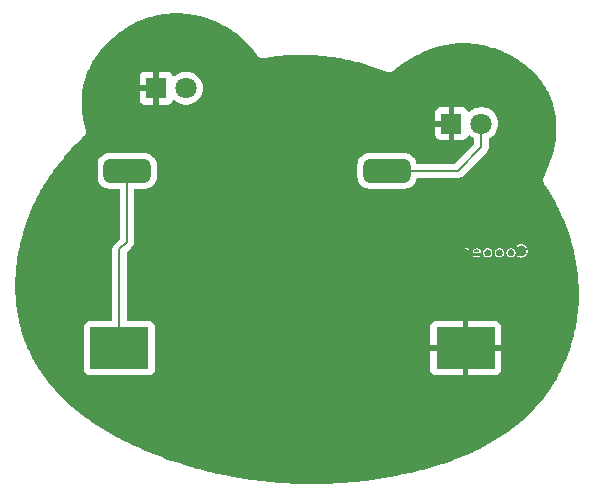
<source format=gbr>
%TF.GenerationSoftware,KiCad,Pcbnew,8.0.8*%
%TF.CreationDate,2025-02-14T08:27:58+01:00*%
%TF.ProjectId,Frog,46726f67-2e6b-4696-9361-645f70636258,rev?*%
%TF.SameCoordinates,Original*%
%TF.FileFunction,Copper,L2,Bot*%
%TF.FilePolarity,Positive*%
%FSLAX46Y46*%
G04 Gerber Fmt 4.6, Leading zero omitted, Abs format (unit mm)*
G04 Created by KiCad (PCBNEW 8.0.8) date 2025-02-14 08:27:58*
%MOMM*%
%LPD*%
G01*
G04 APERTURE LIST*
G04 Aperture macros list*
%AMRoundRect*
0 Rectangle with rounded corners*
0 $1 Rounding radius*
0 $2 $3 $4 $5 $6 $7 $8 $9 X,Y pos of 4 corners*
0 Add a 4 corners polygon primitive as box body*
4,1,4,$2,$3,$4,$5,$6,$7,$8,$9,$2,$3,0*
0 Add four circle primitives for the rounded corners*
1,1,$1+$1,$2,$3*
1,1,$1+$1,$4,$5*
1,1,$1+$1,$6,$7*
1,1,$1+$1,$8,$9*
0 Add four rect primitives between the rounded corners*
20,1,$1+$1,$2,$3,$4,$5,0*
20,1,$1+$1,$4,$5,$6,$7,0*
20,1,$1+$1,$6,$7,$8,$9,0*
20,1,$1+$1,$8,$9,$2,$3,0*%
G04 Aperture macros list end*
%ADD10C,0.100000*%
%TA.AperFunction,ComponentPad*%
%ADD11R,1.800000X1.800000*%
%TD*%
%TA.AperFunction,ComponentPad*%
%ADD12C,1.800000*%
%TD*%
%TA.AperFunction,SMDPad,CuDef*%
%ADD13R,5.000000X3.600000*%
%TD*%
%TA.AperFunction,SMDPad,CuDef*%
%ADD14RoundRect,0.500000X1.500000X0.500000X-1.500000X0.500000X-1.500000X-0.500000X1.500000X-0.500000X0*%
%TD*%
%TA.AperFunction,Conductor*%
%ADD15C,0.200000*%
%TD*%
G04 APERTURE END LIST*
D10*
G36*
X131578980Y-83651901D02*
G01*
X131628434Y-83665581D01*
X131670237Y-83685931D01*
X131711109Y-83715555D01*
X131745401Y-83751702D01*
X131770865Y-83790223D01*
X131791584Y-83837557D01*
X131803703Y-83889220D01*
X131807257Y-83939944D01*
X131803703Y-83989990D01*
X131791584Y-84041459D01*
X131770865Y-84089176D01*
X131742555Y-84131473D01*
X131707665Y-84167016D01*
X131670237Y-84193468D01*
X131624088Y-84214882D01*
X131574304Y-84227408D01*
X131525889Y-84231081D01*
X131476855Y-84227408D01*
X131426718Y-84214882D01*
X131380565Y-84193468D01*
X131339467Y-84164064D01*
X131304834Y-84127907D01*
X131278960Y-84089176D01*
X131257823Y-84041459D01*
X131245460Y-83989990D01*
X131241835Y-83939944D01*
X131245460Y-83889220D01*
X131257823Y-83837557D01*
X131278960Y-83790223D01*
X131307716Y-83748146D01*
X131342936Y-83712593D01*
X131380565Y-83685931D01*
X131426718Y-83663960D01*
X131476855Y-83651109D01*
X131525889Y-83647341D01*
X131578980Y-83651901D01*
G37*
G36*
X132568652Y-83651901D02*
G01*
X132618106Y-83665581D01*
X132659909Y-83685931D01*
X132700781Y-83715555D01*
X132735073Y-83751702D01*
X132760537Y-83790223D01*
X132781256Y-83837557D01*
X132793375Y-83889220D01*
X132796929Y-83939944D01*
X132793375Y-83989990D01*
X132781256Y-84041459D01*
X132760537Y-84089176D01*
X132732227Y-84131473D01*
X132697337Y-84167016D01*
X132659909Y-84193468D01*
X132613760Y-84214882D01*
X132563976Y-84227408D01*
X132515561Y-84231081D01*
X132466527Y-84227408D01*
X132416390Y-84214882D01*
X132370237Y-84193468D01*
X132329139Y-84164064D01*
X132294506Y-84127907D01*
X132268632Y-84089176D01*
X132247495Y-84041459D01*
X132235132Y-83989990D01*
X132231507Y-83939944D01*
X132235132Y-83889220D01*
X132247495Y-83837557D01*
X132268632Y-83790223D01*
X132297388Y-83748146D01*
X132332608Y-83712593D01*
X132370237Y-83685931D01*
X132416390Y-83663960D01*
X132466527Y-83651109D01*
X132515561Y-83647341D01*
X132568652Y-83651901D01*
G37*
G36*
X130650472Y-83650349D02*
G01*
X130698373Y-83663769D01*
X130737962Y-83683733D01*
X130779212Y-83716145D01*
X130812838Y-83756594D01*
X130831018Y-83788025D01*
X130849791Y-83835949D01*
X130859039Y-83880104D01*
X130348266Y-83880104D01*
X130348754Y-83870877D01*
X130359176Y-83821856D01*
X130375261Y-83780697D01*
X130402017Y-83737134D01*
X130436123Y-83701334D01*
X130462944Y-83681779D01*
X130508499Y-83659900D01*
X130560168Y-83648119D01*
X130598011Y-83645875D01*
X130650472Y-83650349D01*
G37*
G36*
X133551605Y-83651038D02*
G01*
X133601823Y-83663645D01*
X133648115Y-83685198D01*
X133689213Y-83714492D01*
X133723846Y-83750655D01*
X133749720Y-83789490D01*
X133770718Y-83837241D01*
X133782999Y-83889149D01*
X133786601Y-83939944D01*
X133782999Y-83990691D01*
X133770718Y-84042436D01*
X133749720Y-84089909D01*
X133720965Y-84131788D01*
X133685744Y-84167088D01*
X133648115Y-84193468D01*
X133601823Y-84214882D01*
X133551605Y-84227408D01*
X133502547Y-84231081D01*
X133453383Y-84227408D01*
X133403160Y-84214882D01*
X133356978Y-84193468D01*
X133315967Y-84164150D01*
X133281594Y-84128253D01*
X133256106Y-84089909D01*
X133235386Y-84042436D01*
X133223267Y-83990691D01*
X133219713Y-83939944D01*
X133223267Y-83889149D01*
X133235386Y-83837241D01*
X133256106Y-83789490D01*
X133284444Y-83747083D01*
X133319421Y-83711545D01*
X133356978Y-83685198D01*
X133403160Y-83663645D01*
X133453383Y-83651038D01*
X133502547Y-83647341D01*
X133551605Y-83651038D01*
G37*
G36*
X135024404Y-84769373D02*
G01*
X129480743Y-84769373D01*
X129480743Y-83607633D01*
X129591854Y-83607633D01*
X129593440Y-83620230D01*
X129612491Y-83648562D01*
X129644731Y-83654180D01*
X129687229Y-83652714D01*
X129739081Y-83651337D01*
X129790973Y-83657800D01*
X129826692Y-83668101D01*
X129871953Y-83690228D01*
X129911410Y-83722713D01*
X129923168Y-83736489D01*
X129947544Y-83779866D01*
X129958270Y-83830069D01*
X129958827Y-83845666D01*
X129958827Y-84275778D01*
X129972993Y-84315833D01*
X130012072Y-84330000D01*
X130051395Y-84315833D01*
X130065317Y-84275778D01*
X130065317Y-83921870D01*
X130246545Y-83921870D01*
X130260467Y-83957285D01*
X130296859Y-83970474D01*
X130861842Y-83970474D01*
X130860366Y-83991440D01*
X130849489Y-84039072D01*
X130829150Y-84087004D01*
X130826866Y-84091130D01*
X130798139Y-84133010D01*
X130763005Y-84168309D01*
X130725505Y-84194689D01*
X130678866Y-84216243D01*
X130627610Y-84228850D01*
X130577006Y-84232547D01*
X130526325Y-84228089D01*
X130478591Y-84215814D01*
X130475401Y-84214717D01*
X130429422Y-84194567D01*
X130393579Y-84169776D01*
X130358653Y-84156831D01*
X130324947Y-84168066D01*
X130306140Y-84204703D01*
X130322016Y-84238408D01*
X130363833Y-84268340D01*
X130409731Y-84292033D01*
X130439741Y-84304110D01*
X130488138Y-84318850D01*
X130539486Y-84327952D01*
X130577006Y-84330000D01*
X130632052Y-84326885D01*
X130683862Y-84317543D01*
X130732436Y-84301973D01*
X130777773Y-84280174D01*
X130819142Y-84252849D01*
X130860062Y-84216343D01*
X130891439Y-84178768D01*
X130915038Y-84141933D01*
X130936730Y-84096152D01*
X130952224Y-84047227D01*
X130961520Y-83995158D01*
X130964619Y-83939944D01*
X131135345Y-83939944D01*
X131138459Y-83993982D01*
X131147801Y-84045212D01*
X131163372Y-84093633D01*
X131185170Y-84139246D01*
X131212205Y-84181133D01*
X131247984Y-84222710D01*
X131289442Y-84258413D01*
X131320237Y-84278953D01*
X131364277Y-84301286D01*
X131411156Y-84317238D01*
X131460875Y-84326809D01*
X131513433Y-84330000D01*
X131564818Y-84326831D01*
X131613459Y-84317326D01*
X131664287Y-84299332D01*
X131683670Y-84289944D01*
X131728364Y-84262380D01*
X131767190Y-84229761D01*
X131800148Y-84192084D01*
X131806036Y-84183942D01*
X131806036Y-84602819D01*
X131820690Y-84643363D01*
X131859281Y-84658262D01*
X131899092Y-84643363D01*
X131913747Y-84603307D01*
X131913747Y-83939944D01*
X132125017Y-83939944D01*
X132128131Y-83993982D01*
X132137473Y-84045212D01*
X132153044Y-84093633D01*
X132174842Y-84139246D01*
X132201877Y-84181133D01*
X132237656Y-84222710D01*
X132279114Y-84258413D01*
X132309909Y-84278953D01*
X132353949Y-84301286D01*
X132400828Y-84317238D01*
X132450547Y-84326809D01*
X132503105Y-84330000D01*
X132554490Y-84326831D01*
X132603131Y-84317326D01*
X132653959Y-84299332D01*
X132673342Y-84289944D01*
X132718036Y-84262380D01*
X132756862Y-84229761D01*
X132789820Y-84192084D01*
X132795708Y-84183942D01*
X132795708Y-84602819D01*
X132810362Y-84643363D01*
X132848953Y-84658262D01*
X132888764Y-84643363D01*
X132903419Y-84603307D01*
X132903419Y-83939944D01*
X133113224Y-83939944D01*
X133116429Y-83994517D01*
X133126046Y-84046128D01*
X133142075Y-84094778D01*
X133164515Y-84140467D01*
X133192312Y-84182309D01*
X133224659Y-84219419D01*
X133261555Y-84251796D01*
X133303000Y-84279441D01*
X133348261Y-84301560D01*
X133396606Y-84317360D01*
X133448035Y-84326840D01*
X133502547Y-84330000D01*
X133557013Y-84326840D01*
X133608548Y-84317360D01*
X133657152Y-84301560D01*
X133702826Y-84279441D01*
X133744545Y-84251796D01*
X133781533Y-84219419D01*
X133811519Y-84184919D01*
X134010083Y-84184919D01*
X134013747Y-84205436D01*
X134025715Y-84224487D01*
X134067165Y-84258666D01*
X134111281Y-84286740D01*
X134158063Y-84308709D01*
X134185205Y-84318276D01*
X134235362Y-84331499D01*
X134286640Y-84340395D01*
X134339038Y-84344963D01*
X134368632Y-84345631D01*
X134417512Y-84343527D01*
X134471657Y-84335971D01*
X134523971Y-84322919D01*
X134574453Y-84304372D01*
X134580635Y-84301667D01*
X134628491Y-84277518D01*
X134673386Y-84249033D01*
X134715319Y-84216213D01*
X134754291Y-84179057D01*
X134789722Y-84138116D01*
X134821031Y-84094183D01*
X134848218Y-84047258D01*
X134871284Y-83997341D01*
X134889663Y-83944996D01*
X134902791Y-83890790D01*
X134909970Y-83841831D01*
X134913129Y-83791447D01*
X134913293Y-83776789D01*
X134911318Y-83726474D01*
X134905393Y-83677467D01*
X134893783Y-83623061D01*
X134877015Y-83570366D01*
X134872016Y-83557459D01*
X134849180Y-83507603D01*
X134822191Y-83460861D01*
X134791050Y-83417233D01*
X134755757Y-83376720D01*
X134716785Y-83339732D01*
X134674851Y-83306927D01*
X134629956Y-83278305D01*
X134582100Y-83253866D01*
X134531755Y-83234311D01*
X134479396Y-83220343D01*
X134425021Y-83211963D01*
X134375791Y-83209213D01*
X134368632Y-83209169D01*
X134319340Y-83211031D01*
X134266625Y-83217579D01*
X134216807Y-83228840D01*
X134185205Y-83238967D01*
X134139213Y-83258392D01*
X134094109Y-83283420D01*
X134049895Y-83314051D01*
X134025715Y-83333489D01*
X134011060Y-83356692D01*
X134014480Y-83381849D01*
X134031088Y-83399434D01*
X134045254Y-83416287D01*
X134071144Y-83420439D01*
X134099720Y-83407739D01*
X134138488Y-83377910D01*
X134183414Y-83352018D01*
X134218911Y-83337152D01*
X134270076Y-83323013D01*
X134322227Y-83315785D01*
X134368632Y-83313949D01*
X134418812Y-83316867D01*
X134467138Y-83325619D01*
X134518658Y-83342186D01*
X134538625Y-83350830D01*
X134586247Y-83376528D01*
X134630197Y-83407521D01*
X134670473Y-83443809D01*
X134678087Y-83451702D01*
X134709856Y-83489262D01*
X134737567Y-83529952D01*
X134761221Y-83573772D01*
X134772609Y-83599469D01*
X134789139Y-83647385D01*
X134800258Y-83696885D01*
X134805969Y-83747969D01*
X134806803Y-83777034D01*
X134804099Y-83830297D01*
X134795984Y-83881551D01*
X134782460Y-83930795D01*
X134772609Y-83957285D01*
X134751209Y-84002844D01*
X134725752Y-84045272D01*
X134696237Y-84084571D01*
X134678087Y-84105052D01*
X134642665Y-84138746D01*
X134599818Y-84171108D01*
X134553297Y-84198127D01*
X134538625Y-84205191D01*
X134488021Y-84224254D01*
X134435127Y-84236256D01*
X134385565Y-84241022D01*
X134368632Y-84241339D01*
X134316719Y-84238338D01*
X134266769Y-84229333D01*
X134223063Y-84215938D01*
X134176715Y-84195848D01*
X134132042Y-84170506D01*
X134092882Y-84142909D01*
X134057222Y-84131919D01*
X134024249Y-84148527D01*
X134010083Y-84184919D01*
X133811519Y-84184919D01*
X133813788Y-84182309D01*
X133841311Y-84140467D01*
X133863324Y-84094778D01*
X133879047Y-84046128D01*
X133888481Y-83994517D01*
X133891625Y-83939944D01*
X133888481Y-83884730D01*
X133879047Y-83832660D01*
X133863324Y-83783735D01*
X133841311Y-83737955D01*
X133813788Y-83696113D01*
X133781533Y-83659003D01*
X133744545Y-83626626D01*
X133702826Y-83598981D01*
X133657152Y-83576861D01*
X133608548Y-83561062D01*
X133557013Y-83551582D01*
X133502547Y-83548422D01*
X133448035Y-83551582D01*
X133396606Y-83561062D01*
X133348261Y-83576861D01*
X133303000Y-83598981D01*
X133261601Y-83626626D01*
X133224842Y-83659003D01*
X133192725Y-83696113D01*
X133165247Y-83737955D01*
X133143036Y-83783735D01*
X133126962Y-83832660D01*
X133117025Y-83884730D01*
X133113224Y-83939944D01*
X132903419Y-83939944D01*
X132903419Y-83936769D01*
X132899587Y-83883066D01*
X132889558Y-83832110D01*
X132873331Y-83783903D01*
X132850907Y-83738443D01*
X132823109Y-83696586D01*
X132790762Y-83659431D01*
X132753866Y-83626977D01*
X132712421Y-83599225D01*
X132667236Y-83576999D01*
X132619364Y-83561123D01*
X132568806Y-83551598D01*
X132515561Y-83548422D01*
X132461110Y-83551628D01*
X132409621Y-83561245D01*
X132361093Y-83577274D01*
X132315526Y-83599713D01*
X132273761Y-83627572D01*
X132236636Y-83660102D01*
X132204152Y-83697304D01*
X132176308Y-83739176D01*
X132153868Y-83784880D01*
X132137840Y-83833576D01*
X132128223Y-83885264D01*
X132125017Y-83939944D01*
X131913747Y-83939944D01*
X131913747Y-83936769D01*
X131909915Y-83883066D01*
X131899886Y-83832110D01*
X131883659Y-83783903D01*
X131861235Y-83738443D01*
X131833437Y-83696586D01*
X131801090Y-83659431D01*
X131764194Y-83626977D01*
X131722749Y-83599225D01*
X131677564Y-83576999D01*
X131629692Y-83561123D01*
X131579134Y-83551598D01*
X131525889Y-83548422D01*
X131471438Y-83551628D01*
X131419949Y-83561245D01*
X131371421Y-83577274D01*
X131325854Y-83599713D01*
X131284089Y-83627572D01*
X131246964Y-83660102D01*
X131214480Y-83697304D01*
X131186636Y-83739176D01*
X131164196Y-83784880D01*
X131148168Y-83833576D01*
X131138551Y-83885264D01*
X131135345Y-83939944D01*
X130964619Y-83939944D01*
X130962375Y-83890923D01*
X130954315Y-83838106D01*
X130940393Y-83788708D01*
X130920610Y-83742729D01*
X130917725Y-83737222D01*
X130888526Y-83690837D01*
X130853685Y-83650325D01*
X130813203Y-83615686D01*
X130788276Y-83598981D01*
X130739849Y-83574541D01*
X130687443Y-83558100D01*
X130637518Y-83550200D01*
X130598011Y-83548422D01*
X130546475Y-83551414D01*
X130498360Y-83560390D01*
X130448317Y-83577641D01*
X130412386Y-83596294D01*
X130370713Y-83626139D01*
X130334720Y-83661819D01*
X130304407Y-83703333D01*
X130290020Y-83728918D01*
X130269005Y-83778446D01*
X130256098Y-83825585D01*
X130248626Y-83875654D01*
X130248426Y-83880104D01*
X130246545Y-83921870D01*
X130065317Y-83921870D01*
X130065317Y-83602644D01*
X130051395Y-83562833D01*
X130012072Y-83548422D01*
X129972993Y-83562833D01*
X129958827Y-83602644D01*
X129958827Y-83670699D01*
X129943702Y-83650075D01*
X129906324Y-83613946D01*
X129867236Y-83587013D01*
X129819802Y-83565042D01*
X129768847Y-83552191D01*
X129719469Y-83548422D01*
X129668873Y-83551929D01*
X129620307Y-83566741D01*
X129591854Y-83607633D01*
X129480743Y-83607633D01*
X129480743Y-83098058D01*
X135024404Y-83098058D01*
X135024404Y-84769373D01*
G37*
D11*
%TO.P,D2,1,K*%
%TO.N,GND*%
X128460000Y-73000000D03*
D12*
%TO.P,D2,2,A*%
%TO.N,VCC*%
X131000000Y-73000000D03*
%TD*%
D11*
%TO.P,D1,1,K*%
%TO.N,GND*%
X103460000Y-70000000D03*
D12*
%TO.P,D1,2,A*%
%TO.N,VCC*%
X106000000Y-70000000D03*
%TD*%
D13*
%TO.P,BT1,1,+*%
%TO.N,+3V0*%
X100350000Y-92000000D03*
%TO.P,BT1,2,-*%
%TO.N,GND*%
X129650000Y-92000000D03*
%TD*%
D14*
%TO.P,SW1,1*%
%TO.N,VCC*%
X123000000Y-77000000D03*
%TO.P,SW1,2*%
%TO.N,+3V0*%
X101000000Y-77000000D03*
%TD*%
D15*
%TO.N,+3V0*%
X100350000Y-92000000D02*
X100350000Y-83650000D01*
X101000000Y-83000000D02*
X101000000Y-77000000D01*
X100350000Y-83650000D02*
X101000000Y-83000000D01*
%TO.N,VCC*%
X123000000Y-77000000D02*
X129000000Y-77000000D01*
X131000000Y-75000000D02*
X131000000Y-73000000D01*
X129000000Y-77000000D02*
X131000000Y-75000000D01*
%TD*%
%TA.AperFunction,Conductor*%
%TO.N,GND*%
G36*
X105154157Y-63652955D02*
G01*
X105391372Y-63656501D01*
X105394878Y-63656605D01*
X105630182Y-63667007D01*
X105633762Y-63667217D01*
X105666535Y-63669617D01*
X105868853Y-63684439D01*
X105872296Y-63684741D01*
X106106950Y-63708715D01*
X106110367Y-63709113D01*
X106344374Y-63739770D01*
X106347715Y-63740255D01*
X106580906Y-63777528D01*
X106584296Y-63778119D01*
X106816425Y-63821932D01*
X106819767Y-63822612D01*
X107050623Y-63872889D01*
X107053900Y-63873651D01*
X107246561Y-63921246D01*
X107283344Y-63930333D01*
X107286659Y-63931201D01*
X107445937Y-63975253D01*
X107514355Y-63994176D01*
X107517599Y-63995120D01*
X107721353Y-64057568D01*
X107743494Y-64064354D01*
X107746742Y-64065398D01*
X107970609Y-64140805D01*
X107973699Y-64141894D01*
X108195310Y-64223389D01*
X108198386Y-64224568D01*
X108417535Y-64312069D01*
X108420665Y-64313369D01*
X108636992Y-64406724D01*
X108640113Y-64408122D01*
X108853651Y-64507347D01*
X108856744Y-64508837D01*
X109067149Y-64613783D01*
X109070163Y-64615338D01*
X109277382Y-64725989D01*
X109280303Y-64727602D01*
X109484003Y-64843803D01*
X109486942Y-64845535D01*
X109686928Y-64967195D01*
X109689791Y-64968991D01*
X109885968Y-65096082D01*
X109888876Y-65098027D01*
X110080837Y-65230318D01*
X110083749Y-65232387D01*
X110271471Y-65369897D01*
X110274346Y-65372068D01*
X110452332Y-65510583D01*
X110457578Y-65514665D01*
X110460414Y-65516939D01*
X110639028Y-65664575D01*
X110641774Y-65666914D01*
X110709991Y-65726800D01*
X110815560Y-65819477D01*
X110818326Y-65821980D01*
X110987063Y-65979348D01*
X110989747Y-65981928D01*
X111153298Y-66144049D01*
X111155941Y-66146752D01*
X111314063Y-66313470D01*
X111316686Y-66316323D01*
X111469261Y-66487610D01*
X111471826Y-66490583D01*
X111618656Y-66666321D01*
X111621159Y-66669417D01*
X111762063Y-66849512D01*
X111764480Y-66852707D01*
X111899341Y-67037137D01*
X111901656Y-67040415D01*
X111994667Y-67176832D01*
X112006755Y-67194562D01*
X112016931Y-67212543D01*
X112022655Y-67224971D01*
X112022657Y-67224975D01*
X112040081Y-67245941D01*
X112045803Y-67252827D01*
X112052885Y-67262223D01*
X112073285Y-67292143D01*
X112073286Y-67292144D01*
X112083661Y-67301072D01*
X112098134Y-67315796D01*
X112106886Y-67326327D01*
X112136451Y-67347237D01*
X112145724Y-67354481D01*
X112173176Y-67378105D01*
X112185504Y-67384041D01*
X112203304Y-67394523D01*
X112214479Y-67402427D01*
X112248452Y-67414975D01*
X112259277Y-67419567D01*
X112291909Y-67435282D01*
X112305346Y-67437824D01*
X112325262Y-67443344D01*
X112338100Y-67448086D01*
X112374174Y-67451414D01*
X112385802Y-67453046D01*
X112421397Y-67459782D01*
X112435042Y-67458759D01*
X112455706Y-67458936D01*
X112469327Y-67460194D01*
X112505026Y-67454072D01*
X112516676Y-67452640D01*
X112552812Y-67449933D01*
X112565730Y-67445411D01*
X112585727Y-67440237D01*
X112787600Y-67405628D01*
X112789253Y-67405357D01*
X113038559Y-67366396D01*
X113040357Y-67366129D01*
X113290172Y-67330832D01*
X113291912Y-67330598D01*
X113542227Y-67298942D01*
X113543905Y-67298743D01*
X113794633Y-67270716D01*
X113796354Y-67270535D01*
X114047680Y-67246092D01*
X114049297Y-67245947D01*
X114300758Y-67225111D01*
X114302420Y-67224985D01*
X114554276Y-67207711D01*
X114555933Y-67207608D01*
X114808143Y-67193877D01*
X114809784Y-67193800D01*
X115062068Y-67183605D01*
X115063574Y-67183554D01*
X115316326Y-67176863D01*
X115317836Y-67176834D01*
X115570529Y-67173639D01*
X115571962Y-67173630D01*
X115824849Y-67173912D01*
X115826512Y-67173925D01*
X116079146Y-67177657D01*
X116080770Y-67177692D01*
X116333581Y-67184862D01*
X116335062Y-67184914D01*
X116587765Y-67195499D01*
X116589160Y-67195566D01*
X116842115Y-67209567D01*
X116843373Y-67209645D01*
X117095946Y-67227012D01*
X117097364Y-67227119D01*
X117349729Y-67247844D01*
X117351194Y-67247974D01*
X117603265Y-67272033D01*
X117604609Y-67272170D01*
X117856400Y-67299550D01*
X117857873Y-67299719D01*
X118109313Y-67330397D01*
X118110690Y-67330574D01*
X118361821Y-67364543D01*
X118363249Y-67364746D01*
X118613799Y-67401952D01*
X118615251Y-67402178D01*
X118865316Y-67442620D01*
X118866706Y-67442854D01*
X119116275Y-67486523D01*
X119117729Y-67486787D01*
X119366732Y-67533655D01*
X119368124Y-67533926D01*
X119616559Y-67583984D01*
X119617965Y-67584277D01*
X119865546Y-67637452D01*
X119866969Y-67637767D01*
X120113980Y-67694112D01*
X120115362Y-67694436D01*
X120361614Y-67753899D01*
X120363012Y-67754247D01*
X120608309Y-67816771D01*
X120609806Y-67817162D01*
X120801156Y-67868514D01*
X120854189Y-67882746D01*
X120855693Y-67883159D01*
X121099245Y-67951814D01*
X121100685Y-67952230D01*
X121343331Y-68023931D01*
X121344669Y-68024336D01*
X121586368Y-68099066D01*
X121587729Y-68099496D01*
X121828300Y-68177192D01*
X121829625Y-68177629D01*
X122069257Y-68258346D01*
X122070481Y-68258768D01*
X122308909Y-68342414D01*
X122310282Y-68342906D01*
X122547404Y-68429437D01*
X122548747Y-68429936D01*
X122784757Y-68519420D01*
X122786039Y-68519916D01*
X122955770Y-68586707D01*
X122968591Y-68592617D01*
X122970496Y-68593630D01*
X122970497Y-68593630D01*
X122970498Y-68593631D01*
X123027248Y-68614854D01*
X123029167Y-68615590D01*
X123085576Y-68637789D01*
X123085581Y-68637789D01*
X123087661Y-68638308D01*
X123088124Y-68638451D01*
X123088693Y-68638583D01*
X123090777Y-68639083D01*
X123091361Y-68639228D01*
X123091844Y-68639311D01*
X123093925Y-68639791D01*
X123093932Y-68639794D01*
X123154320Y-68645613D01*
X123156220Y-68645812D01*
X123206246Y-68651495D01*
X123216517Y-68652663D01*
X123216518Y-68652662D01*
X123216519Y-68652663D01*
X123216519Y-68652662D01*
X123218654Y-68652625D01*
X123219141Y-68652644D01*
X123219746Y-68652623D01*
X123221901Y-68652566D01*
X123222488Y-68652555D01*
X123222977Y-68652510D01*
X123225095Y-68652435D01*
X123225109Y-68652437D01*
X123284976Y-68642423D01*
X123286825Y-68642131D01*
X123346848Y-68633140D01*
X123346851Y-68633138D01*
X123348902Y-68632550D01*
X123349367Y-68632444D01*
X123349916Y-68632277D01*
X123351973Y-68631668D01*
X123352587Y-68631491D01*
X123353055Y-68631319D01*
X123355080Y-68630699D01*
X123355087Y-68630698D01*
X123410224Y-68605575D01*
X123412097Y-68604742D01*
X123448576Y-68588866D01*
X123467685Y-68580550D01*
X123467693Y-68580543D01*
X123469521Y-68579445D01*
X123469955Y-68579216D01*
X123470451Y-68578907D01*
X123472264Y-68577795D01*
X123472799Y-68577472D01*
X123473206Y-68577185D01*
X123474997Y-68576065D01*
X123475011Y-68576059D01*
X123521844Y-68537457D01*
X123523299Y-68536279D01*
X123570792Y-68498477D01*
X123570798Y-68498467D01*
X123572289Y-68496924D01*
X123582646Y-68487345D01*
X123716876Y-68376715D01*
X123718768Y-68375191D01*
X123908334Y-68225803D01*
X123910397Y-68224213D01*
X124103568Y-68078778D01*
X124105631Y-68077260D01*
X124302285Y-67935941D01*
X124304435Y-67934431D01*
X124504447Y-67797398D01*
X124506746Y-67795862D01*
X124567227Y-67756410D01*
X124709839Y-67663382D01*
X124712124Y-67661929D01*
X124918483Y-67533970D01*
X124920765Y-67532592D01*
X125129968Y-67409507D01*
X125132379Y-67408126D01*
X125344430Y-67289998D01*
X125346895Y-67288662D01*
X125561597Y-67175698D01*
X125564114Y-67174412D01*
X125781382Y-67066750D01*
X125783998Y-67065495D01*
X126003596Y-66963350D01*
X126006332Y-66962119D01*
X126228103Y-66865658D01*
X126230963Y-66864457D01*
X126454938Y-66773772D01*
X126457793Y-66772659D01*
X126683748Y-66687943D01*
X126686700Y-66686881D01*
X126914545Y-66608280D01*
X126917567Y-66607283D01*
X127147073Y-66534983D01*
X127150265Y-66534025D01*
X127381398Y-66468147D01*
X127384607Y-66467282D01*
X127617156Y-66408001D01*
X127620571Y-66407182D01*
X127854454Y-66354635D01*
X127857946Y-66353903D01*
X128093078Y-66308229D01*
X128096645Y-66307592D01*
X128332920Y-66268936D01*
X128336518Y-66268404D01*
X128573812Y-66236915D01*
X128577529Y-66236480D01*
X128815699Y-66212308D01*
X128819472Y-66211984D01*
X129058470Y-66195269D01*
X129062372Y-66195058D01*
X129302104Y-66185945D01*
X129306042Y-66185859D01*
X129544653Y-66184509D01*
X129549335Y-66184571D01*
X129780552Y-66192082D01*
X129784058Y-66192246D01*
X130018172Y-66206524D01*
X130021626Y-66206784D01*
X130245759Y-66226805D01*
X130255566Y-66227681D01*
X130259009Y-66228036D01*
X130285390Y-66231138D01*
X130492537Y-66255489D01*
X130495944Y-66255938D01*
X130579324Y-66268091D01*
X130728810Y-66289879D01*
X130732142Y-66290411D01*
X130964335Y-66330810D01*
X130967611Y-66331427D01*
X131141054Y-66366521D01*
X131198670Y-66378179D01*
X131201971Y-66378894D01*
X131431804Y-66431954D01*
X131435000Y-66432738D01*
X131657057Y-66490394D01*
X131663354Y-66492029D01*
X131666588Y-66492915D01*
X131893229Y-66558362D01*
X131896397Y-66559323D01*
X132121220Y-66630885D01*
X132124397Y-66631944D01*
X132282017Y-66686852D01*
X132346985Y-66709484D01*
X132350138Y-66710630D01*
X132570518Y-66794153D01*
X132573646Y-66795388D01*
X132791377Y-66884732D01*
X132794481Y-66886055D01*
X132813638Y-66894532D01*
X133009580Y-66981236D01*
X133012632Y-66982637D01*
X133064485Y-67007297D01*
X133224712Y-67083498D01*
X133227767Y-67085003D01*
X133436684Y-67191491D01*
X133439717Y-67193090D01*
X133645293Y-67305140D01*
X133648303Y-67306835D01*
X133781012Y-67384039D01*
X133847519Y-67422730D01*
X133850282Y-67424337D01*
X133853261Y-67426126D01*
X134051465Y-67549010D01*
X134054378Y-67550873D01*
X134248618Y-67679062D01*
X134251523Y-67681039D01*
X134375652Y-67768163D01*
X134441575Y-67814434D01*
X134444485Y-67816540D01*
X134630125Y-67955035D01*
X134633006Y-67957251D01*
X134814072Y-68100782D01*
X134816922Y-68103111D01*
X134934869Y-68202448D01*
X134970665Y-68232596D01*
X134993199Y-68251574D01*
X134996010Y-68254015D01*
X135132255Y-68375951D01*
X135167338Y-68407349D01*
X135170111Y-68409908D01*
X135304234Y-68537519D01*
X135336288Y-68568016D01*
X135339025Y-68570702D01*
X135499876Y-68733510D01*
X135502565Y-68736318D01*
X135583490Y-68823535D01*
X135647007Y-68891991D01*
X135657871Y-68903699D01*
X135660503Y-68906629D01*
X135794857Y-69061005D01*
X135810126Y-69078550D01*
X135812706Y-69081613D01*
X135956463Y-69257986D01*
X135958957Y-69261149D01*
X136096692Y-69441921D01*
X136099121Y-69445223D01*
X136229625Y-69628863D01*
X136232351Y-69632862D01*
X136332720Y-69786530D01*
X136356292Y-69822619D01*
X136358762Y-69826561D01*
X136472468Y-70015939D01*
X136474893Y-70019978D01*
X136477212Y-70024010D01*
X136585501Y-70220727D01*
X136587640Y-70224791D01*
X136600890Y-70251130D01*
X136688167Y-70424637D01*
X136690137Y-70428739D01*
X136783001Y-70631567D01*
X136784796Y-70635685D01*
X136846529Y-70784548D01*
X136870072Y-70841318D01*
X136871696Y-70845441D01*
X136949493Y-71053783D01*
X136950948Y-71057899D01*
X137021336Y-71268771D01*
X137022626Y-71272871D01*
X137085675Y-71486094D01*
X137086805Y-71490169D01*
X137142596Y-71705612D01*
X137143571Y-71709655D01*
X137176700Y-71857906D01*
X137190060Y-71917693D01*
X137192160Y-71927088D01*
X137192986Y-71931094D01*
X137234443Y-72150356D01*
X137235126Y-72154317D01*
X137269532Y-72375305D01*
X137270077Y-72379218D01*
X137297472Y-72601563D01*
X137297887Y-72605424D01*
X137318361Y-72829128D01*
X137318650Y-72832936D01*
X137332255Y-73057641D01*
X137332426Y-73061393D01*
X137339238Y-73287047D01*
X137339294Y-73290743D01*
X137339378Y-73516959D01*
X137339326Y-73520598D01*
X137332754Y-73747339D01*
X137332598Y-73750921D01*
X137319444Y-73977875D01*
X137319189Y-73981400D01*
X137299529Y-74208378D01*
X137299179Y-74211851D01*
X137273090Y-74438616D01*
X137272649Y-74442033D01*
X137240199Y-74668470D01*
X137239669Y-74671837D01*
X137200968Y-74897529D01*
X137200353Y-74900847D01*
X137155451Y-75125779D01*
X137154752Y-75129048D01*
X137103765Y-75352850D01*
X137102985Y-75356075D01*
X137045968Y-75578668D01*
X137045107Y-75581852D01*
X136982185Y-75802867D01*
X136981246Y-75806008D01*
X136912492Y-76025316D01*
X136911473Y-76028422D01*
X136837004Y-76245722D01*
X136835907Y-76248791D01*
X136755773Y-76464006D01*
X136754596Y-76467043D01*
X136668973Y-76679740D01*
X136667717Y-76682747D01*
X136576594Y-76892984D01*
X136575268Y-76895936D01*
X136478865Y-77103223D01*
X136477460Y-77106143D01*
X136375807Y-77310428D01*
X136374302Y-77313355D01*
X136297075Y-77458745D01*
X136288777Y-77470825D01*
X136289168Y-77471084D01*
X136284683Y-77477861D01*
X136260535Y-77527379D01*
X136258593Y-77531193D01*
X136232739Y-77579867D01*
X136229898Y-77587477D01*
X136229461Y-77587314D01*
X136229057Y-77588456D01*
X136229499Y-77588604D01*
X136226921Y-77596310D01*
X136216409Y-77650407D01*
X136215520Y-77654594D01*
X136203149Y-77708283D01*
X136202374Y-77716372D01*
X136201909Y-77716327D01*
X136201814Y-77717543D01*
X136202279Y-77717572D01*
X136201783Y-77725684D01*
X136205630Y-77780646D01*
X136205855Y-77784918D01*
X136207803Y-77839980D01*
X136209149Y-77848002D01*
X136208688Y-77848079D01*
X136208908Y-77849265D01*
X136209364Y-77849173D01*
X136210985Y-77857136D01*
X136228937Y-77909263D01*
X136230261Y-77913335D01*
X136246385Y-77965994D01*
X136249760Y-77973391D01*
X136249334Y-77973585D01*
X136249852Y-77974670D01*
X136250270Y-77974462D01*
X136253899Y-77981738D01*
X136284715Y-78027420D01*
X136287047Y-78031009D01*
X136316270Y-78077730D01*
X136321441Y-78083998D01*
X136321080Y-78084295D01*
X136330601Y-78095438D01*
X136432151Y-78245968D01*
X136433170Y-78247504D01*
X136568851Y-78455221D01*
X136569844Y-78456767D01*
X136702383Y-78666393D01*
X136703352Y-78667950D01*
X136832787Y-78879532D01*
X136833730Y-78881100D01*
X136959979Y-79094485D01*
X136960895Y-79096060D01*
X137065210Y-79278448D01*
X137083944Y-79311202D01*
X137084823Y-79312766D01*
X137134300Y-79402304D01*
X137204717Y-79529737D01*
X137205586Y-79531337D01*
X137322253Y-79749991D01*
X137323090Y-79751589D01*
X137422902Y-79945447D01*
X137436466Y-79971790D01*
X137437269Y-79973379D01*
X137476215Y-80051822D01*
X137547420Y-80195245D01*
X137548205Y-80196856D01*
X137595459Y-80295640D01*
X137655051Y-80420214D01*
X137655822Y-80421857D01*
X137759328Y-80646624D01*
X137760075Y-80648278D01*
X137860309Y-80874599D01*
X137861031Y-80876261D01*
X137957866Y-81103835D01*
X137958564Y-81105510D01*
X138052040Y-81334430D01*
X138052714Y-81336115D01*
X138142791Y-81566279D01*
X138143440Y-81567973D01*
X138230118Y-81799371D01*
X138230743Y-81801079D01*
X138314002Y-82033679D01*
X138314602Y-82035395D01*
X138394368Y-82268976D01*
X138394944Y-82270704D01*
X138471272Y-82505436D01*
X138471824Y-82507176D01*
X138544668Y-82742940D01*
X138545194Y-82744689D01*
X138614469Y-82981200D01*
X138614971Y-82982961D01*
X138680770Y-83220555D01*
X138681246Y-83222326D01*
X138729239Y-83406159D01*
X138743490Y-83460744D01*
X138743941Y-83462528D01*
X138802586Y-83701621D01*
X138803012Y-83703416D01*
X138858076Y-83943280D01*
X138858477Y-83945086D01*
X138909951Y-84185718D01*
X138910325Y-84187534D01*
X138958152Y-84428692D01*
X138958501Y-84430521D01*
X139002690Y-84672313D01*
X139003012Y-84674153D01*
X139043534Y-84916465D01*
X139043829Y-84918317D01*
X139080660Y-85161064D01*
X139080928Y-85162926D01*
X139114055Y-85406079D01*
X139114296Y-85407954D01*
X139143701Y-85651483D01*
X139143914Y-85653367D01*
X139169582Y-85897231D01*
X139169767Y-85899129D01*
X139191673Y-86143256D01*
X139191829Y-86145163D01*
X139209961Y-86389549D01*
X139210088Y-86391468D01*
X139224409Y-86635769D01*
X139224508Y-86637698D01*
X139235028Y-86882352D01*
X139235096Y-86884292D01*
X139241780Y-87128930D01*
X139241818Y-87130883D01*
X139244648Y-87375519D01*
X139244655Y-87377479D01*
X139243614Y-87622778D01*
X139243596Y-87624447D01*
X139239330Y-87865379D01*
X139239274Y-87867485D01*
X139230959Y-88107074D01*
X139230869Y-88109174D01*
X139218477Y-88348926D01*
X139218351Y-88351017D01*
X139201909Y-88590533D01*
X139201748Y-88592618D01*
X139181272Y-88831789D01*
X139181077Y-88833867D01*
X139156548Y-89072958D01*
X139156317Y-89075031D01*
X139127786Y-89313538D01*
X139127522Y-89315601D01*
X139094959Y-89553858D01*
X139094660Y-89555918D01*
X139058105Y-89793579D01*
X139057772Y-89795630D01*
X139017217Y-90032778D01*
X139016849Y-90034824D01*
X138972342Y-90271167D01*
X138971941Y-90273205D01*
X138923441Y-90508964D01*
X138923005Y-90510997D01*
X138870560Y-90745903D01*
X138870090Y-90747927D01*
X138813697Y-90981998D01*
X138813192Y-90984019D01*
X138752885Y-91217077D01*
X138752346Y-91219090D01*
X138688097Y-91451219D01*
X138687523Y-91453225D01*
X138619406Y-91684144D01*
X138618798Y-91686145D01*
X138546725Y-91916109D01*
X138546081Y-91918103D01*
X138470192Y-92146639D01*
X138469514Y-92148626D01*
X138389713Y-92375993D01*
X138388998Y-92377974D01*
X138305348Y-92603952D01*
X138304599Y-92605926D01*
X138217101Y-92830477D01*
X138216314Y-92832445D01*
X138125005Y-93055437D01*
X138124183Y-93057397D01*
X138029078Y-93278762D01*
X138028219Y-93280714D01*
X137929284Y-93500491D01*
X137928389Y-93502436D01*
X137825636Y-93720551D01*
X137824702Y-93722488D01*
X137718213Y-93938727D01*
X137717242Y-93940657D01*
X137606993Y-94155024D01*
X137605985Y-94156943D01*
X137491969Y-94369418D01*
X137490921Y-94371330D01*
X137373196Y-94581753D01*
X137372111Y-94583654D01*
X137250595Y-94792128D01*
X137249469Y-94794020D01*
X137124302Y-95000252D01*
X137123138Y-95002132D01*
X136994250Y-95206199D01*
X136993045Y-95208069D01*
X136860505Y-95409811D01*
X136859261Y-95411668D01*
X136723026Y-95611106D01*
X136721741Y-95612951D01*
X136581867Y-95809949D01*
X136580543Y-95811779D01*
X136436943Y-96006414D01*
X136435575Y-96008232D01*
X136288473Y-96200142D01*
X136287067Y-96201942D01*
X136136296Y-96391310D01*
X136134848Y-96393095D01*
X135980406Y-96579861D01*
X135978916Y-96581629D01*
X135821334Y-96765115D01*
X135820985Y-96765521D01*
X135819453Y-96767271D01*
X135657844Y-96948459D01*
X135656272Y-96950189D01*
X135491130Y-97128456D01*
X135489516Y-97130165D01*
X135320819Y-97305482D01*
X135319163Y-97307170D01*
X135146941Y-97479451D01*
X135145245Y-97481116D01*
X134966569Y-97653130D01*
X134965977Y-97653696D01*
X134783098Y-97827441D01*
X134781531Y-97828904D01*
X134598324Y-97997032D01*
X134596753Y-97998450D01*
X134410796Y-98163345D01*
X134409243Y-98164698D01*
X134373669Y-98195189D01*
X134220618Y-98326366D01*
X134219043Y-98327693D01*
X134027709Y-98486247D01*
X134026134Y-98487530D01*
X133832323Y-98642851D01*
X133830752Y-98644090D01*
X133634306Y-98796383D01*
X133632738Y-98797578D01*
X133433962Y-98946680D01*
X133432401Y-98947832D01*
X133231026Y-99094017D01*
X133229472Y-99095127D01*
X133025893Y-99238176D01*
X133024348Y-99239245D01*
X132818308Y-99379409D01*
X132816773Y-99380436D01*
X132608575Y-99517577D01*
X132607051Y-99518565D01*
X132396602Y-99652812D01*
X132395090Y-99653761D01*
X132182540Y-99785080D01*
X132181042Y-99785991D01*
X131966416Y-99914437D01*
X131964933Y-99915311D01*
X131748168Y-100040983D01*
X131746700Y-100041821D01*
X131528097Y-100164608D01*
X131526644Y-100165411D01*
X131306035Y-100285467D01*
X131304600Y-100286236D01*
X131082142Y-100403540D01*
X131080723Y-100404276D01*
X130856538Y-100518822D01*
X130855137Y-100519527D01*
X130629111Y-100631432D01*
X130627730Y-100632105D01*
X130400150Y-100741289D01*
X130398787Y-100741933D01*
X130169357Y-100848594D01*
X130168120Y-100849160D01*
X130031349Y-100910772D01*
X129937240Y-100953165D01*
X129935916Y-100953752D01*
X129703544Y-101055180D01*
X129702239Y-101055740D01*
X129468493Y-101154596D01*
X129467209Y-101155131D01*
X129232051Y-101251489D01*
X129230786Y-101251999D01*
X128994290Y-101345881D01*
X128993046Y-101346367D01*
X128755321Y-101437785D01*
X128754097Y-101438249D01*
X128515149Y-101527253D01*
X128513945Y-101527694D01*
X128273833Y-101614315D01*
X128272650Y-101614735D01*
X128031577Y-101698954D01*
X128030414Y-101699354D01*
X127788119Y-101781314D01*
X127786976Y-101781694D01*
X127543929Y-101861284D01*
X127542806Y-101861646D01*
X127298797Y-101938989D01*
X127297695Y-101939333D01*
X127052868Y-102014434D01*
X127051785Y-102014761D01*
X126806240Y-102087639D01*
X126805177Y-102087949D01*
X126558768Y-102158696D01*
X126557726Y-102158990D01*
X126310849Y-102227542D01*
X126309824Y-102227822D01*
X126062412Y-102294246D01*
X126061409Y-102294511D01*
X125813265Y-102358911D01*
X125812279Y-102359162D01*
X125563940Y-102421442D01*
X125563099Y-102421649D01*
X125313914Y-102482021D01*
X125313032Y-102482231D01*
X125063978Y-102540502D01*
X125063050Y-102540716D01*
X124813503Y-102597084D01*
X124812592Y-102597286D01*
X124561040Y-102652121D01*
X124560965Y-102652137D01*
X124310866Y-102706493D01*
X124310009Y-102706676D01*
X124096033Y-102751599D01*
X124061648Y-102758817D01*
X124061027Y-102758946D01*
X123812182Y-102809356D01*
X123811324Y-102809526D01*
X123562306Y-102858145D01*
X123561449Y-102858309D01*
X123312003Y-102905191D01*
X123311146Y-102905349D01*
X123061387Y-102950475D01*
X123060529Y-102950627D01*
X122810294Y-102994026D01*
X122809439Y-102994171D01*
X122559110Y-103035784D01*
X122558253Y-103035924D01*
X122307371Y-103075825D01*
X122306515Y-103075958D01*
X122055471Y-103114089D01*
X122054614Y-103114216D01*
X121803418Y-103150577D01*
X121802564Y-103150698D01*
X121550709Y-103185367D01*
X121549853Y-103185481D01*
X121298213Y-103218337D01*
X121297357Y-103218446D01*
X121045126Y-103249596D01*
X121044271Y-103249699D01*
X120791923Y-103279086D01*
X120791069Y-103279182D01*
X120538604Y-103306810D01*
X120537750Y-103306901D01*
X120284787Y-103332812D01*
X120283933Y-103332896D01*
X120031145Y-103357021D01*
X120030291Y-103357100D01*
X119777064Y-103379501D01*
X119776211Y-103379573D01*
X119523044Y-103400208D01*
X119522190Y-103400275D01*
X119268538Y-103419187D01*
X119267684Y-103419247D01*
X119014259Y-103436384D01*
X119013407Y-103436439D01*
X118759678Y-103451843D01*
X118758824Y-103451892D01*
X118505057Y-103465542D01*
X118504205Y-103465585D01*
X118250221Y-103477494D01*
X118249368Y-103477531D01*
X117995302Y-103487692D01*
X117994450Y-103487723D01*
X117740438Y-103496133D01*
X117739586Y-103496158D01*
X117485587Y-103502820D01*
X117484735Y-103502840D01*
X117230345Y-103507762D01*
X117229493Y-103507775D01*
X116975434Y-103510944D01*
X116974582Y-103510952D01*
X116720418Y-103512376D01*
X116719567Y-103512378D01*
X116465257Y-103512058D01*
X116464405Y-103512054D01*
X116210157Y-103509987D01*
X116209305Y-103509977D01*
X115955178Y-103506164D01*
X115954327Y-103506148D01*
X115700245Y-103500592D01*
X115699393Y-103500571D01*
X115445039Y-103493259D01*
X115444188Y-103493231D01*
X115190427Y-103484193D01*
X115189576Y-103484160D01*
X114935554Y-103473364D01*
X114934703Y-103473325D01*
X114680849Y-103460788D01*
X114679998Y-103460743D01*
X114426146Y-103446457D01*
X114425294Y-103446406D01*
X114171799Y-103430389D01*
X114170948Y-103430333D01*
X113917314Y-103412555D01*
X113916463Y-103412492D01*
X113663038Y-103392975D01*
X113662187Y-103392906D01*
X113409048Y-103371657D01*
X113408196Y-103371583D01*
X113155136Y-103348582D01*
X113154284Y-103348502D01*
X112901293Y-103323747D01*
X112900442Y-103323660D01*
X112647936Y-103297193D01*
X112647085Y-103297101D01*
X112394681Y-103268880D01*
X112393830Y-103268782D01*
X112141621Y-103238818D01*
X112140768Y-103238714D01*
X111888566Y-103206978D01*
X111887715Y-103206868D01*
X111726759Y-103185481D01*
X111636120Y-103173437D01*
X111635308Y-103173326D01*
X111599968Y-103168381D01*
X111383611Y-103138106D01*
X111382758Y-103137983D01*
X111131747Y-103101079D01*
X111130896Y-103100951D01*
X110880040Y-103062288D01*
X110879187Y-103062154D01*
X110628335Y-103021703D01*
X110627483Y-103021562D01*
X110377318Y-102979431D01*
X110376466Y-102979285D01*
X110126403Y-102935377D01*
X110125551Y-102935224D01*
X109876074Y-102889622D01*
X109875221Y-102889463D01*
X109711439Y-102858339D01*
X109625972Y-102842097D01*
X109625196Y-102841947D01*
X109376178Y-102792816D01*
X109375356Y-102792651D01*
X109126755Y-102741789D01*
X109125902Y-102741611D01*
X108877785Y-102689028D01*
X108876932Y-102688844D01*
X108629340Y-102634550D01*
X108628488Y-102634360D01*
X108381180Y-102578300D01*
X108380326Y-102578103D01*
X108133488Y-102520313D01*
X108132635Y-102520110D01*
X107886248Y-102460584D01*
X107885395Y-102460375D01*
X107639396Y-102399095D01*
X107638543Y-102398879D01*
X107393250Y-102335923D01*
X107392396Y-102335701D01*
X107147404Y-102270961D01*
X107146551Y-102270732D01*
X106902060Y-102204258D01*
X106901206Y-102204023D01*
X106657268Y-102135824D01*
X106656489Y-102135603D01*
X106504739Y-102092005D01*
X106413004Y-102065649D01*
X106412151Y-102065400D01*
X106169218Y-101993715D01*
X106168365Y-101993460D01*
X105926072Y-101920068D01*
X105925217Y-101919806D01*
X105683507Y-101844685D01*
X105682654Y-101844416D01*
X105441618Y-101767593D01*
X105440765Y-101767318D01*
X105200107Y-101688694D01*
X105199320Y-101688434D01*
X105092509Y-101652680D01*
X104959375Y-101608114D01*
X104958522Y-101607825D01*
X104719008Y-101525708D01*
X104718154Y-101525411D01*
X104479597Y-101441674D01*
X104478744Y-101441372D01*
X104240656Y-101355844D01*
X104239803Y-101355534D01*
X104002455Y-101268304D01*
X104001602Y-101267987D01*
X103764809Y-101178984D01*
X103763957Y-101178660D01*
X103527889Y-101087942D01*
X103527036Y-101087610D01*
X103291845Y-100995232D01*
X103290993Y-100994894D01*
X103056395Y-100900742D01*
X103055543Y-100900396D01*
X102821516Y-100804452D01*
X102820666Y-100804100D01*
X102587640Y-100706539D01*
X102586788Y-100706179D01*
X102354376Y-100606832D01*
X102353525Y-100606464D01*
X102121966Y-100505428D01*
X102121117Y-100505054D01*
X101933813Y-100421654D01*
X101889739Y-100402029D01*
X101889292Y-100401828D01*
X101660697Y-100298247D01*
X101659729Y-100297803D01*
X101432559Y-100192413D01*
X101431539Y-100191934D01*
X101205061Y-100084354D01*
X101204029Y-100083858D01*
X100978507Y-99974168D01*
X100977461Y-99973653D01*
X100752731Y-99861724D01*
X100751672Y-99861190D01*
X100528100Y-99747156D01*
X100527027Y-99746602D01*
X100304473Y-99630343D01*
X100303386Y-99629769D01*
X100081930Y-99511275D01*
X100080830Y-99510679D01*
X99860570Y-99389950D01*
X99859457Y-99389332D01*
X99640707Y-99266494D01*
X99639578Y-99265853D01*
X99421913Y-99140608D01*
X99420771Y-99139942D01*
X99204861Y-99012624D01*
X99203704Y-99011934D01*
X98989130Y-98882242D01*
X98987960Y-98881526D01*
X98851488Y-98796965D01*
X98775027Y-98749588D01*
X98773876Y-98748865D01*
X98562635Y-98614655D01*
X98561436Y-98613884D01*
X98352041Y-98477444D01*
X98350829Y-98476644D01*
X98143266Y-98337908D01*
X98142040Y-98337078D01*
X97936405Y-98196050D01*
X97935166Y-98195189D01*
X97731410Y-98051773D01*
X97730209Y-98050917D01*
X97528545Y-97905200D01*
X97527375Y-97904343D01*
X97509909Y-97891384D01*
X97327839Y-97756290D01*
X97326672Y-97755412D01*
X97212403Y-97668319D01*
X97129419Y-97605070D01*
X97128132Y-97604076D01*
X97072557Y-97560553D01*
X96933116Y-97451351D01*
X96931939Y-97450416D01*
X96795119Y-97340279D01*
X96739422Y-97295444D01*
X96738111Y-97294374D01*
X96547950Y-97136975D01*
X96546630Y-97135866D01*
X96359133Y-96976227D01*
X96357803Y-96975079D01*
X96172771Y-96812960D01*
X96171433Y-96811770D01*
X95989152Y-96647350D01*
X95987806Y-96646118D01*
X95808245Y-96479294D01*
X95806894Y-96478020D01*
X95630083Y-96308746D01*
X95628726Y-96307426D01*
X95454906Y-96135855D01*
X95453545Y-96134491D01*
X95444487Y-96125268D01*
X95282579Y-95960411D01*
X95281282Y-95959069D01*
X95113328Y-95782556D01*
X95112052Y-95781194D01*
X94947145Y-95602199D01*
X94945843Y-95600762D01*
X94930753Y-95583835D01*
X94784185Y-95419421D01*
X94782832Y-95417879D01*
X94776687Y-95410750D01*
X94624375Y-95234055D01*
X94623095Y-95232545D01*
X94467872Y-95046181D01*
X94466615Y-95044644D01*
X94314855Y-94855921D01*
X94313511Y-94854219D01*
X94165164Y-94662986D01*
X94163829Y-94661233D01*
X94019056Y-94467599D01*
X94017733Y-94465797D01*
X93876481Y-94269593D01*
X93875172Y-94267739D01*
X93737544Y-94068997D01*
X93736252Y-94067093D01*
X93602346Y-93865847D01*
X93601145Y-93864004D01*
X93470937Y-93660102D01*
X93469718Y-93658152D01*
X93343382Y-93451743D01*
X93342153Y-93449691D01*
X93338608Y-93443640D01*
X93219761Y-93240776D01*
X93218594Y-93238737D01*
X93098511Y-93024272D01*
X93097935Y-93023233D01*
X93063550Y-92960418D01*
X92978010Y-92804155D01*
X92976761Y-92801812D01*
X92972370Y-92793360D01*
X92863610Y-92584008D01*
X92862420Y-92581655D01*
X92754214Y-92361924D01*
X92753069Y-92359534D01*
X92649762Y-92137922D01*
X92648676Y-92135528D01*
X92550190Y-91912005D01*
X92549166Y-91909612D01*
X92498100Y-91786785D01*
X92455552Y-91684448D01*
X92454589Y-91682062D01*
X92406467Y-91559162D01*
X92365734Y-91455135D01*
X92364834Y-91452764D01*
X92364624Y-91452194D01*
X92280739Y-91224233D01*
X92279901Y-91221882D01*
X92278596Y-91218100D01*
X92200515Y-90991765D01*
X92199723Y-90989389D01*
X92125022Y-90757771D01*
X92124285Y-90755405D01*
X92095510Y-90659677D01*
X92054260Y-90522446D01*
X92053585Y-90520117D01*
X92050472Y-90508964D01*
X91988156Y-90285726D01*
X91987567Y-90283533D01*
X91953646Y-90152135D01*
X97349500Y-90152135D01*
X97349500Y-93847870D01*
X97349501Y-93847876D01*
X97355908Y-93907483D01*
X97406202Y-94042328D01*
X97406206Y-94042335D01*
X97492452Y-94157544D01*
X97492455Y-94157547D01*
X97607664Y-94243793D01*
X97607671Y-94243797D01*
X97742517Y-94294091D01*
X97742516Y-94294091D01*
X97749444Y-94294835D01*
X97802127Y-94300500D01*
X102897872Y-94300499D01*
X102957483Y-94294091D01*
X103092331Y-94243796D01*
X103207546Y-94157546D01*
X103293796Y-94042331D01*
X103344091Y-93907483D01*
X103350500Y-93847873D01*
X103350500Y-93847844D01*
X126650000Y-93847844D01*
X126656401Y-93907372D01*
X126656403Y-93907379D01*
X126706645Y-94042086D01*
X126706649Y-94042093D01*
X126792809Y-94157187D01*
X126792812Y-94157190D01*
X126907906Y-94243350D01*
X126907913Y-94243354D01*
X127042620Y-94293596D01*
X127042627Y-94293598D01*
X127102155Y-94299999D01*
X127102172Y-94300000D01*
X129400000Y-94300000D01*
X129900000Y-94300000D01*
X132197828Y-94300000D01*
X132197844Y-94299999D01*
X132257372Y-94293598D01*
X132257379Y-94293596D01*
X132392086Y-94243354D01*
X132392093Y-94243350D01*
X132507187Y-94157190D01*
X132507190Y-94157187D01*
X132593350Y-94042093D01*
X132593354Y-94042086D01*
X132643596Y-93907379D01*
X132643598Y-93907372D01*
X132649999Y-93847844D01*
X132650000Y-93847827D01*
X132650000Y-92250000D01*
X129900000Y-92250000D01*
X129900000Y-94300000D01*
X129400000Y-94300000D01*
X129400000Y-92250000D01*
X126650000Y-92250000D01*
X126650000Y-93847844D01*
X103350500Y-93847844D01*
X103350499Y-90152155D01*
X126650000Y-90152155D01*
X126650000Y-91750000D01*
X129400000Y-91750000D01*
X129900000Y-91750000D01*
X132650000Y-91750000D01*
X132650000Y-90152172D01*
X132649999Y-90152155D01*
X132643598Y-90092627D01*
X132643596Y-90092620D01*
X132593354Y-89957913D01*
X132593350Y-89957906D01*
X132507190Y-89842812D01*
X132507187Y-89842809D01*
X132392093Y-89756649D01*
X132392086Y-89756645D01*
X132257379Y-89706403D01*
X132257372Y-89706401D01*
X132197844Y-89700000D01*
X129900000Y-89700000D01*
X129900000Y-91750000D01*
X129400000Y-91750000D01*
X129400000Y-89700000D01*
X127102155Y-89700000D01*
X127042627Y-89706401D01*
X127042620Y-89706403D01*
X126907913Y-89756645D01*
X126907906Y-89756649D01*
X126792812Y-89842809D01*
X126792809Y-89842812D01*
X126706649Y-89957906D01*
X126706645Y-89957913D01*
X126656403Y-90092620D01*
X126656401Y-90092627D01*
X126650000Y-90152155D01*
X103350499Y-90152155D01*
X103350499Y-90152128D01*
X103344091Y-90092517D01*
X103342886Y-90089287D01*
X103293797Y-89957671D01*
X103293793Y-89957664D01*
X103207547Y-89842455D01*
X103207544Y-89842452D01*
X103092335Y-89756206D01*
X103092328Y-89756202D01*
X102957482Y-89705908D01*
X102957483Y-89705908D01*
X102897883Y-89699501D01*
X102897881Y-89699500D01*
X102897873Y-89699500D01*
X102897865Y-89699500D01*
X101074500Y-89699500D01*
X101007461Y-89679815D01*
X100961706Y-89627011D01*
X100950500Y-89575500D01*
X100950500Y-84662945D01*
X129586893Y-84662945D01*
X134918293Y-84662945D01*
X134918293Y-83204169D01*
X129586893Y-83204169D01*
X129586893Y-84662945D01*
X100950500Y-84662945D01*
X100950500Y-83950096D01*
X100970185Y-83883057D01*
X100986815Y-83862419D01*
X101358506Y-83490727D01*
X101358511Y-83490724D01*
X101368714Y-83480520D01*
X101368716Y-83480520D01*
X101480520Y-83368716D01*
X101537726Y-83269632D01*
X101559577Y-83231785D01*
X101600501Y-83079057D01*
X101600501Y-82920943D01*
X101600501Y-82913348D01*
X101600500Y-82913330D01*
X101600500Y-78624499D01*
X101620185Y-78557460D01*
X101672989Y-78511705D01*
X101724500Y-78500499D01*
X102558028Y-78500499D01*
X102558036Y-78500499D01*
X102677418Y-78489886D01*
X102873049Y-78433909D01*
X103053407Y-78339698D01*
X103211109Y-78211109D01*
X103339698Y-78053407D01*
X103433909Y-77873049D01*
X103489886Y-77677418D01*
X103500500Y-77558037D01*
X103500499Y-76441966D01*
X120499500Y-76441966D01*
X120499500Y-77558028D01*
X120499501Y-77558034D01*
X120510113Y-77677415D01*
X120566089Y-77873045D01*
X120566090Y-77873048D01*
X120566091Y-77873049D01*
X120660302Y-78053407D01*
X120685246Y-78083998D01*
X120788890Y-78211109D01*
X120877269Y-78283172D01*
X120946593Y-78339698D01*
X121126951Y-78433909D01*
X121322582Y-78489886D01*
X121441963Y-78500500D01*
X124558036Y-78500499D01*
X124677418Y-78489886D01*
X124873049Y-78433909D01*
X125053407Y-78339698D01*
X125211109Y-78211109D01*
X125339698Y-78053407D01*
X125433909Y-77873049D01*
X125486174Y-77690387D01*
X125523541Y-77631351D01*
X125586895Y-77601887D01*
X125605390Y-77600500D01*
X128913331Y-77600500D01*
X128913347Y-77600501D01*
X128920943Y-77600501D01*
X129079054Y-77600501D01*
X129079057Y-77600501D01*
X129231785Y-77559577D01*
X129315349Y-77511331D01*
X129368716Y-77480520D01*
X129480520Y-77368716D01*
X129480520Y-77368714D01*
X129490724Y-77358511D01*
X129490728Y-77358506D01*
X131358506Y-75490728D01*
X131358511Y-75490724D01*
X131368714Y-75480520D01*
X131368716Y-75480520D01*
X131480520Y-75368716D01*
X131550471Y-75247557D01*
X131559577Y-75231785D01*
X131600500Y-75079057D01*
X131600500Y-74920943D01*
X131600500Y-74341343D01*
X131620185Y-74274304D01*
X131665483Y-74232288D01*
X131706442Y-74210122D01*
X131768626Y-74176470D01*
X131951784Y-74033913D01*
X132108979Y-73863153D01*
X132112288Y-73858089D01*
X132156035Y-73791128D01*
X132235924Y-73668849D01*
X132329157Y-73456300D01*
X132386134Y-73231305D01*
X132386336Y-73228872D01*
X132405300Y-73000006D01*
X132405300Y-72999993D01*
X132386135Y-72768702D01*
X132386133Y-72768691D01*
X132329157Y-72543699D01*
X132235924Y-72331151D01*
X132108983Y-72136852D01*
X132108980Y-72136849D01*
X132108979Y-72136847D01*
X131951784Y-71966087D01*
X131951779Y-71966083D01*
X131951777Y-71966081D01*
X131768634Y-71823535D01*
X131768628Y-71823531D01*
X131564504Y-71713064D01*
X131564495Y-71713061D01*
X131344984Y-71637702D01*
X131157404Y-71606401D01*
X131116049Y-71599500D01*
X130883951Y-71599500D01*
X130842596Y-71606401D01*
X130655015Y-71637702D01*
X130435504Y-71713061D01*
X130435495Y-71713064D01*
X130231371Y-71823531D01*
X130231365Y-71823535D01*
X130048222Y-71966081D01*
X130048215Y-71966087D01*
X130039484Y-71975572D01*
X129979595Y-72011561D01*
X129909757Y-72009458D01*
X129852143Y-71969932D01*
X129832075Y-71934918D01*
X129803355Y-71857915D01*
X129803350Y-71857906D01*
X129717190Y-71742812D01*
X129717187Y-71742809D01*
X129602093Y-71656649D01*
X129602086Y-71656645D01*
X129467379Y-71606403D01*
X129467372Y-71606401D01*
X129407844Y-71600000D01*
X128710000Y-71600000D01*
X128710000Y-72624722D01*
X128633694Y-72580667D01*
X128519244Y-72550000D01*
X128400756Y-72550000D01*
X128286306Y-72580667D01*
X128210000Y-72624722D01*
X128210000Y-71600000D01*
X127512155Y-71600000D01*
X127452627Y-71606401D01*
X127452620Y-71606403D01*
X127317913Y-71656645D01*
X127317906Y-71656649D01*
X127202812Y-71742809D01*
X127202809Y-71742812D01*
X127116649Y-71857906D01*
X127116645Y-71857913D01*
X127066403Y-71992620D01*
X127066401Y-71992627D01*
X127060000Y-72052155D01*
X127060000Y-72750000D01*
X128084722Y-72750000D01*
X128040667Y-72826306D01*
X128010000Y-72940756D01*
X128010000Y-73059244D01*
X128040667Y-73173694D01*
X128084722Y-73250000D01*
X127060000Y-73250000D01*
X127060000Y-73947844D01*
X127066401Y-74007372D01*
X127066403Y-74007379D01*
X127116645Y-74142086D01*
X127116649Y-74142093D01*
X127202809Y-74257187D01*
X127202812Y-74257190D01*
X127317906Y-74343350D01*
X127317913Y-74343354D01*
X127452620Y-74393596D01*
X127452627Y-74393598D01*
X127512155Y-74399999D01*
X127512172Y-74400000D01*
X128210000Y-74400000D01*
X128210000Y-73375277D01*
X128286306Y-73419333D01*
X128400756Y-73450000D01*
X128519244Y-73450000D01*
X128633694Y-73419333D01*
X128710000Y-73375277D01*
X128710000Y-74400000D01*
X129407828Y-74400000D01*
X129407844Y-74399999D01*
X129467372Y-74393598D01*
X129467379Y-74393596D01*
X129602086Y-74343354D01*
X129602093Y-74343350D01*
X129717187Y-74257190D01*
X129717190Y-74257187D01*
X129803350Y-74142093D01*
X129803355Y-74142084D01*
X129832075Y-74065081D01*
X129873945Y-74009147D01*
X129939409Y-73984729D01*
X130007682Y-73999580D01*
X130039484Y-74024428D01*
X130048216Y-74033913D01*
X130048219Y-74033915D01*
X130048222Y-74033918D01*
X130231365Y-74176464D01*
X130231376Y-74176471D01*
X130334517Y-74232288D01*
X130384108Y-74281507D01*
X130399500Y-74341343D01*
X130399500Y-74699903D01*
X130379815Y-74766942D01*
X130363181Y-74787584D01*
X128787584Y-76363181D01*
X128726261Y-76396666D01*
X128699903Y-76399500D01*
X125605390Y-76399500D01*
X125538351Y-76379815D01*
X125492596Y-76327011D01*
X125486176Y-76309617D01*
X125433909Y-76126951D01*
X125339698Y-75946593D01*
X125278744Y-75871839D01*
X125211109Y-75788890D01*
X125053409Y-75660304D01*
X125053410Y-75660304D01*
X125053407Y-75660302D01*
X124873049Y-75566091D01*
X124873048Y-75566090D01*
X124873045Y-75566089D01*
X124755829Y-75532550D01*
X124677418Y-75510114D01*
X124677415Y-75510113D01*
X124677413Y-75510113D01*
X124611102Y-75504217D01*
X124558037Y-75499500D01*
X124558032Y-75499500D01*
X121441971Y-75499500D01*
X121441965Y-75499500D01*
X121441964Y-75499501D01*
X121430316Y-75500536D01*
X121322584Y-75510113D01*
X121126954Y-75566089D01*
X121036772Y-75613196D01*
X120946593Y-75660302D01*
X120946591Y-75660303D01*
X120946590Y-75660304D01*
X120788890Y-75788890D01*
X120660304Y-75946590D01*
X120566089Y-76126954D01*
X120558342Y-76154031D01*
X120513826Y-76309611D01*
X120510114Y-76322583D01*
X120510113Y-76322586D01*
X120506504Y-76363181D01*
X120499600Y-76440845D01*
X120499500Y-76441966D01*
X103500499Y-76441966D01*
X103500499Y-76441964D01*
X103489886Y-76322582D01*
X103433909Y-76126951D01*
X103339698Y-75946593D01*
X103278744Y-75871839D01*
X103211109Y-75788890D01*
X103053409Y-75660304D01*
X103053410Y-75660304D01*
X103053407Y-75660302D01*
X102873049Y-75566091D01*
X102873048Y-75566090D01*
X102873045Y-75566089D01*
X102755829Y-75532550D01*
X102677418Y-75510114D01*
X102677415Y-75510113D01*
X102677413Y-75510113D01*
X102611102Y-75504217D01*
X102558037Y-75499500D01*
X102558032Y-75499500D01*
X99441971Y-75499500D01*
X99441965Y-75499500D01*
X99441964Y-75499501D01*
X99430316Y-75500536D01*
X99322584Y-75510113D01*
X99126954Y-75566089D01*
X99036772Y-75613196D01*
X98946593Y-75660302D01*
X98946591Y-75660303D01*
X98946590Y-75660304D01*
X98788890Y-75788890D01*
X98660304Y-75946590D01*
X98566089Y-76126954D01*
X98558342Y-76154031D01*
X98513826Y-76309611D01*
X98510114Y-76322583D01*
X98510113Y-76322586D01*
X98506504Y-76363181D01*
X98499600Y-76440845D01*
X98499500Y-76441966D01*
X98499500Y-77558028D01*
X98499501Y-77558034D01*
X98510113Y-77677415D01*
X98566089Y-77873045D01*
X98566090Y-77873048D01*
X98566091Y-77873049D01*
X98660302Y-78053407D01*
X98685246Y-78083998D01*
X98788890Y-78211109D01*
X98877269Y-78283172D01*
X98946593Y-78339698D01*
X99126951Y-78433909D01*
X99322582Y-78489886D01*
X99441963Y-78500500D01*
X100275500Y-78500499D01*
X100342539Y-78520183D01*
X100388294Y-78572987D01*
X100399500Y-78624499D01*
X100399500Y-82699902D01*
X100379815Y-82766941D01*
X100363181Y-82787583D01*
X99869481Y-83281282D01*
X99869479Y-83281285D01*
X99827281Y-83354376D01*
X99827280Y-83354377D01*
X99790423Y-83418214D01*
X99790423Y-83418215D01*
X99749499Y-83570943D01*
X99749499Y-83570945D01*
X99749499Y-83739046D01*
X99749500Y-83739059D01*
X99749500Y-89575500D01*
X99729815Y-89642539D01*
X99677011Y-89688294D01*
X99625500Y-89699500D01*
X97802129Y-89699500D01*
X97802123Y-89699501D01*
X97742516Y-89705908D01*
X97607671Y-89756202D01*
X97607664Y-89756206D01*
X97492455Y-89842452D01*
X97492452Y-89842455D01*
X97406206Y-89957664D01*
X97406202Y-89957671D01*
X97355908Y-90092517D01*
X97350173Y-90145868D01*
X97349501Y-90152123D01*
X97349500Y-90152135D01*
X91953646Y-90152135D01*
X91926701Y-90047763D01*
X91926150Y-90045536D01*
X91869859Y-89808622D01*
X91869359Y-89806429D01*
X91817597Y-89568394D01*
X91817124Y-89566111D01*
X91769870Y-89327093D01*
X91769451Y-89324869D01*
X91726639Y-89084755D01*
X91726289Y-89082681D01*
X91687896Y-88841576D01*
X91687584Y-88839494D01*
X91653606Y-88597656D01*
X91653320Y-88595479D01*
X91652842Y-88591565D01*
X91623710Y-88352880D01*
X91623466Y-88350708D01*
X91623388Y-88349961D01*
X91598207Y-88107565D01*
X91598002Y-88105406D01*
X91596301Y-88085620D01*
X91577033Y-87861544D01*
X91576878Y-87859534D01*
X91560172Y-87615009D01*
X91560056Y-87613056D01*
X91547590Y-87368108D01*
X91547509Y-87366202D01*
X91539254Y-87120942D01*
X91539203Y-87118875D01*
X91538544Y-87079247D01*
X91535123Y-86873391D01*
X91535107Y-86871331D01*
X91535129Y-86782408D01*
X91535167Y-86625583D01*
X91535184Y-86623693D01*
X91539350Y-86377749D01*
X91539397Y-86375908D01*
X91547639Y-86129895D01*
X91547718Y-86127992D01*
X91559998Y-85882038D01*
X91560104Y-85880214D01*
X91576396Y-85634287D01*
X91576527Y-85632513D01*
X91596794Y-85386740D01*
X91596958Y-85384935D01*
X91621157Y-85139476D01*
X91621339Y-85137771D01*
X91649436Y-84892709D01*
X91649669Y-84890815D01*
X91656921Y-84835309D01*
X91681636Y-84646143D01*
X91681873Y-84644432D01*
X91717656Y-84400364D01*
X91717925Y-84398617D01*
X91757529Y-84154971D01*
X91757848Y-84153110D01*
X91801171Y-83910358D01*
X91801468Y-83908762D01*
X91848594Y-83666336D01*
X91848904Y-83664805D01*
X91899671Y-83423442D01*
X91900035Y-83421773D01*
X91954442Y-83181366D01*
X91954863Y-83179572D01*
X91960689Y-83155532D01*
X92012854Y-82940264D01*
X92013281Y-82938556D01*
X92074892Y-82700137D01*
X92075319Y-82698537D01*
X92122171Y-82527908D01*
X92125321Y-82518679D01*
X92125959Y-82516269D01*
X92125962Y-82516265D01*
X92142145Y-82455179D01*
X92142432Y-82454118D01*
X92146124Y-82440672D01*
X92159113Y-82393370D01*
X92159113Y-82393367D01*
X92159776Y-82390953D01*
X92161691Y-82381409D01*
X92207232Y-82209519D01*
X92207765Y-82207571D01*
X92274888Y-81970803D01*
X92275441Y-81968916D01*
X92346555Y-81733465D01*
X92347173Y-81731483D01*
X92422277Y-81497207D01*
X92422866Y-81495423D01*
X92501881Y-81262419D01*
X92502537Y-81260536D01*
X92520926Y-81209122D01*
X92585465Y-81028675D01*
X92586099Y-81026948D01*
X92672791Y-80796518D01*
X92673453Y-80794797D01*
X92763971Y-80565522D01*
X92764678Y-80563775D01*
X92858819Y-80336045D01*
X92859557Y-80334295D01*
X92957403Y-80107808D01*
X92958142Y-80106136D01*
X93059596Y-79881020D01*
X93060311Y-79879465D01*
X93165336Y-79655707D01*
X93166144Y-79654022D01*
X93171619Y-79642805D01*
X93274612Y-79431806D01*
X93275374Y-79430273D01*
X93387333Y-79209413D01*
X93388127Y-79207877D01*
X93503487Y-78988476D01*
X93504347Y-78986869D01*
X93505296Y-78985127D01*
X93622994Y-78769050D01*
X93623714Y-78767752D01*
X93745788Y-78551198D01*
X93746562Y-78549847D01*
X93871804Y-78334952D01*
X93872590Y-78333626D01*
X94000947Y-78120401D01*
X94001823Y-78118968D01*
X94133380Y-77907207D01*
X94134137Y-77906009D01*
X94268702Y-77695960D01*
X94269526Y-77694692D01*
X94407243Y-77486064D01*
X94407900Y-77485083D01*
X94548558Y-77278158D01*
X94549353Y-77277006D01*
X94692879Y-77071822D01*
X94693589Y-77070821D01*
X94839976Y-76867333D01*
X94840757Y-76866262D01*
X94989895Y-76664574D01*
X94990750Y-76663434D01*
X95142550Y-76463608D01*
X95143410Y-76462489D01*
X95297879Y-76264468D01*
X95298669Y-76263468D01*
X95455841Y-76067157D01*
X95456647Y-76066163D01*
X95616456Y-75871611D01*
X95617143Y-75870785D01*
X95779357Y-75678225D01*
X95780327Y-75677090D01*
X95794826Y-75660302D01*
X95944728Y-75486728D01*
X95945637Y-75485688D01*
X96112748Y-75296881D01*
X96113504Y-75296037D01*
X96282893Y-75109244D01*
X96283633Y-75108438D01*
X96455355Y-74923554D01*
X96456116Y-74922744D01*
X96630029Y-74739887D01*
X96630747Y-74739142D01*
X96806699Y-74558437D01*
X96807681Y-74557441D01*
X96922698Y-74442033D01*
X96985731Y-74378785D01*
X96986557Y-74377966D01*
X97166778Y-74201259D01*
X97167469Y-74200589D01*
X97301112Y-74072522D01*
X97313073Y-74063404D01*
X97312835Y-74063103D01*
X97319201Y-74058060D01*
X97319206Y-74058058D01*
X97357151Y-74018933D01*
X97360303Y-74015800D01*
X97399670Y-73978077D01*
X97399675Y-73978067D01*
X97404754Y-73971735D01*
X97405054Y-73971975D01*
X97406413Y-73970214D01*
X97406105Y-73969985D01*
X97410949Y-73963466D01*
X97410956Y-73963460D01*
X97437470Y-73915869D01*
X97439742Y-73911962D01*
X97446983Y-73900016D01*
X97467978Y-73865377D01*
X97467980Y-73865368D01*
X97471248Y-73857933D01*
X97471603Y-73858089D01*
X97472457Y-73856045D01*
X97472097Y-73855902D01*
X97475093Y-73848342D01*
X97475092Y-73848342D01*
X97475096Y-73848337D01*
X97488397Y-73795473D01*
X97489562Y-73791176D01*
X97504789Y-73738839D01*
X97504789Y-73738832D01*
X97506022Y-73730800D01*
X97506405Y-73730858D01*
X97506701Y-73728656D01*
X97506317Y-73728612D01*
X97507255Y-73720535D01*
X97506422Y-73666095D01*
X97506435Y-73661555D01*
X97507596Y-73607084D01*
X97507594Y-73607077D01*
X97506707Y-73599006D01*
X97507086Y-73598964D01*
X97506802Y-73596755D01*
X97506424Y-73596811D01*
X97505240Y-73588775D01*
X97505240Y-73588768D01*
X97490334Y-73536358D01*
X97489183Y-73532007D01*
X97476208Y-73479101D01*
X97476207Y-73479100D01*
X97476206Y-73479093D01*
X97476202Y-73479086D01*
X97473256Y-73471522D01*
X97473613Y-73471382D01*
X97467894Y-73457457D01*
X97465773Y-73450000D01*
X97420909Y-73292252D01*
X97419999Y-73288867D01*
X97406616Y-73236154D01*
X97362497Y-73062372D01*
X97361672Y-73058916D01*
X97338636Y-72955890D01*
X97310673Y-72830825D01*
X97309946Y-72827338D01*
X97265573Y-72597959D01*
X97264951Y-72594475D01*
X97227299Y-72363979D01*
X97226772Y-72360425D01*
X97195959Y-72129128D01*
X97195539Y-72125568D01*
X97171678Y-71893800D01*
X97171351Y-71890067D01*
X97169021Y-71857913D01*
X97154537Y-71658036D01*
X97154327Y-71654365D01*
X97144658Y-71422235D01*
X97144559Y-71418442D01*
X97142137Y-71186683D01*
X97142157Y-71182830D01*
X97147071Y-70951516D01*
X97147220Y-70947544D01*
X97148938Y-70915459D01*
X97159562Y-70716997D01*
X97159837Y-70713057D01*
X97179700Y-70483464D01*
X97180117Y-70479437D01*
X97207583Y-70251092D01*
X97208147Y-70246995D01*
X97243301Y-70020149D01*
X97244028Y-70015939D01*
X97247067Y-70000000D01*
X97286957Y-69790792D01*
X97287849Y-69786530D01*
X97291906Y-69768702D01*
X97338645Y-69563282D01*
X97339696Y-69559018D01*
X97398459Y-69337844D01*
X97399654Y-69333658D01*
X97466468Y-69114785D01*
X97467889Y-69110425D01*
X97478409Y-69080061D01*
X97488077Y-69052155D01*
X102060000Y-69052155D01*
X102060000Y-69750000D01*
X103084722Y-69750000D01*
X103040667Y-69826306D01*
X103010000Y-69940756D01*
X103010000Y-70059244D01*
X103040667Y-70173694D01*
X103084722Y-70250000D01*
X102060000Y-70250000D01*
X102060000Y-70947844D01*
X102066401Y-71007372D01*
X102066403Y-71007379D01*
X102116645Y-71142086D01*
X102116649Y-71142093D01*
X102202809Y-71257187D01*
X102202812Y-71257190D01*
X102317906Y-71343350D01*
X102317913Y-71343354D01*
X102452620Y-71393596D01*
X102452627Y-71393598D01*
X102512155Y-71399999D01*
X102512172Y-71400000D01*
X103210000Y-71400000D01*
X103210000Y-70375277D01*
X103286306Y-70419333D01*
X103400756Y-70450000D01*
X103519244Y-70450000D01*
X103633694Y-70419333D01*
X103710000Y-70375277D01*
X103710000Y-71400000D01*
X104407828Y-71400000D01*
X104407844Y-71399999D01*
X104467372Y-71393598D01*
X104467379Y-71393596D01*
X104602086Y-71343354D01*
X104602093Y-71343350D01*
X104717187Y-71257190D01*
X104717190Y-71257187D01*
X104803350Y-71142093D01*
X104803355Y-71142084D01*
X104832075Y-71065081D01*
X104873945Y-71009147D01*
X104939409Y-70984729D01*
X105007682Y-70999580D01*
X105039484Y-71024428D01*
X105048216Y-71033913D01*
X105048219Y-71033915D01*
X105048222Y-71033918D01*
X105231365Y-71176464D01*
X105231371Y-71176468D01*
X105231374Y-71176470D01*
X105435497Y-71286936D01*
X105549487Y-71326068D01*
X105655015Y-71362297D01*
X105655017Y-71362297D01*
X105655019Y-71362298D01*
X105883951Y-71400500D01*
X105883952Y-71400500D01*
X106116048Y-71400500D01*
X106116049Y-71400500D01*
X106344981Y-71362298D01*
X106564503Y-71286936D01*
X106768626Y-71176470D01*
X106951784Y-71033913D01*
X107108979Y-70863153D01*
X107235924Y-70668849D01*
X107329157Y-70456300D01*
X107386134Y-70231305D01*
X107386673Y-70224803D01*
X107405300Y-70000006D01*
X107405300Y-69999993D01*
X107386135Y-69768702D01*
X107386133Y-69768691D01*
X107329157Y-69543699D01*
X107235924Y-69331151D01*
X107108983Y-69136852D01*
X107108980Y-69136849D01*
X107108979Y-69136847D01*
X106951784Y-68966087D01*
X106951779Y-68966083D01*
X106951777Y-68966081D01*
X106768634Y-68823535D01*
X106768628Y-68823531D01*
X106564504Y-68713064D01*
X106564495Y-68713061D01*
X106344984Y-68637702D01*
X106152616Y-68605602D01*
X106116049Y-68599500D01*
X105883951Y-68599500D01*
X105847384Y-68605602D01*
X105655015Y-68637702D01*
X105435504Y-68713061D01*
X105435495Y-68713064D01*
X105231371Y-68823531D01*
X105231365Y-68823535D01*
X105048222Y-68966081D01*
X105048215Y-68966087D01*
X105039484Y-68975572D01*
X104979595Y-69011561D01*
X104909757Y-69009458D01*
X104852143Y-68969932D01*
X104832075Y-68934918D01*
X104803355Y-68857915D01*
X104803350Y-68857906D01*
X104717190Y-68742812D01*
X104717187Y-68742809D01*
X104602093Y-68656649D01*
X104602086Y-68656645D01*
X104467379Y-68606403D01*
X104467372Y-68606401D01*
X104407844Y-68600000D01*
X103710000Y-68600000D01*
X103710000Y-69624722D01*
X103633694Y-69580667D01*
X103519244Y-69550000D01*
X103400756Y-69550000D01*
X103286306Y-69580667D01*
X103210000Y-69624722D01*
X103210000Y-68600000D01*
X102512155Y-68600000D01*
X102452627Y-68606401D01*
X102452620Y-68606403D01*
X102317913Y-68656645D01*
X102317906Y-68656649D01*
X102202812Y-68742809D01*
X102202809Y-68742812D01*
X102116649Y-68857906D01*
X102116645Y-68857913D01*
X102066403Y-68992620D01*
X102066401Y-68992627D01*
X102060000Y-69052155D01*
X97488077Y-69052155D01*
X97542811Y-68894170D01*
X97544401Y-68889847D01*
X97627572Y-68676277D01*
X97629357Y-68671941D01*
X97721435Y-68459969D01*
X97723174Y-68456149D01*
X97819146Y-68254528D01*
X97820749Y-68251287D01*
X97923486Y-68051167D01*
X97925164Y-68048014D01*
X98034074Y-67850513D01*
X98035806Y-67847479D01*
X98150685Y-67652877D01*
X98152500Y-67649903D01*
X98273230Y-67458311D01*
X98275158Y-67455348D01*
X98401541Y-67266995D01*
X98403505Y-67264156D01*
X98535540Y-67078981D01*
X98537556Y-67076237D01*
X98675043Y-66894479D01*
X98677063Y-66891884D01*
X98819841Y-66713705D01*
X98821993Y-66711096D01*
X98827070Y-66705109D01*
X98969862Y-66536705D01*
X98972102Y-66534136D01*
X99125010Y-66363563D01*
X99127296Y-66361084D01*
X99285074Y-66194499D01*
X99287337Y-66192173D01*
X99449905Y-66029649D01*
X99452157Y-66027457D01*
X99619355Y-65869153D01*
X99621712Y-65866982D01*
X99793203Y-65713208D01*
X99795676Y-65711049D01*
X99971505Y-65561767D01*
X99973953Y-65559745D01*
X100153885Y-65415161D01*
X100156413Y-65413185D01*
X100340285Y-65273445D01*
X100342885Y-65271524D01*
X100530551Y-65136754D01*
X100533252Y-65134869D01*
X100724518Y-65005226D01*
X100727324Y-65003380D01*
X100922113Y-64878943D01*
X100924872Y-64877233D01*
X101123035Y-64758136D01*
X101125948Y-64756440D01*
X101327219Y-64642869D01*
X101330203Y-64641239D01*
X101534504Y-64533280D01*
X101537484Y-64531757D01*
X101744738Y-64429496D01*
X101747805Y-64428036D01*
X101957807Y-64331625D01*
X101960876Y-64330269D01*
X102173373Y-64239877D01*
X102176527Y-64238588D01*
X102391512Y-64154271D01*
X102394725Y-64153064D01*
X102611973Y-64074975D01*
X102615280Y-64073840D01*
X102834556Y-64002124D01*
X102837985Y-64001058D01*
X103059216Y-63935806D01*
X103062636Y-63934851D01*
X103285753Y-63876153D01*
X103289310Y-63875275D01*
X103514030Y-63823284D01*
X103517578Y-63822520D01*
X103743800Y-63777336D01*
X103747490Y-63776657D01*
X103975193Y-63738373D01*
X103978867Y-63737814D01*
X104207771Y-63706564D01*
X104211529Y-63706111D01*
X104441501Y-63682006D01*
X104445348Y-63681664D01*
X104676374Y-63664803D01*
X104680201Y-63664585D01*
X104912061Y-63655088D01*
X104915986Y-63654990D01*
X105151360Y-63652947D01*
X105154157Y-63652955D01*
G37*
%TD.AperFunction*%
%TD*%
M02*

</source>
